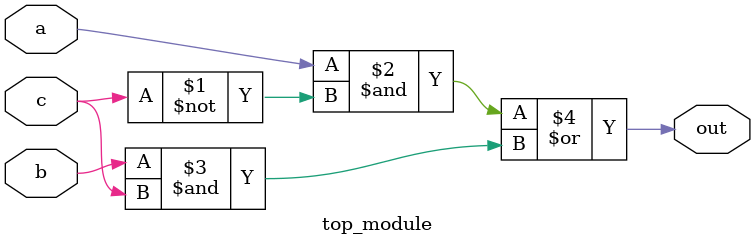
<source format=sv>
module top_module(
	input a, 
	input b,
	input c,
	output out
);

	assign out = (a & ~c) | (b & c);

endmodule

</source>
